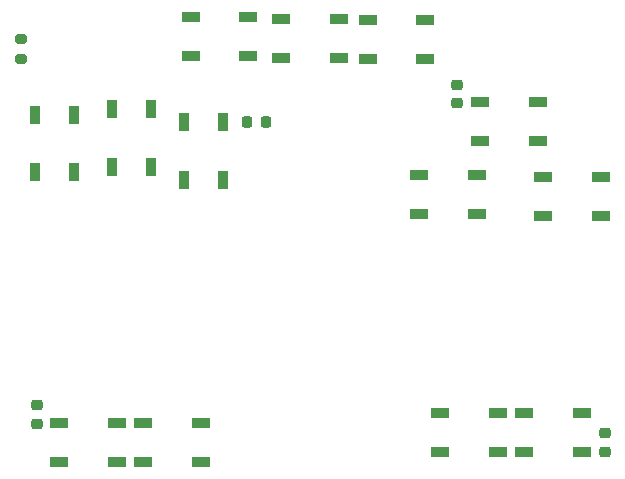
<source format=gbr>
%TF.GenerationSoftware,KiCad,Pcbnew,(6.0.9)*%
%TF.CreationDate,2023-03-29T17:42:22-08:00*%
%TF.ProjectId,ANT SEL PANEL,414e5420-5345-44c2-9050-414e454c2e6b,3*%
%TF.SameCoordinates,Original*%
%TF.FileFunction,Paste,Top*%
%TF.FilePolarity,Positive*%
%FSLAX46Y46*%
G04 Gerber Fmt 4.6, Leading zero omitted, Abs format (unit mm)*
G04 Created by KiCad (PCBNEW (6.0.9)) date 2023-03-29 17:42:22*
%MOMM*%
%LPD*%
G01*
G04 APERTURE LIST*
G04 Aperture macros list*
%AMRoundRect*
0 Rectangle with rounded corners*
0 $1 Rounding radius*
0 $2 $3 $4 $5 $6 $7 $8 $9 X,Y pos of 4 corners*
0 Add a 4 corners polygon primitive as box body*
4,1,4,$2,$3,$4,$5,$6,$7,$8,$9,$2,$3,0*
0 Add four circle primitives for the rounded corners*
1,1,$1+$1,$2,$3*
1,1,$1+$1,$4,$5*
1,1,$1+$1,$6,$7*
1,1,$1+$1,$8,$9*
0 Add four rect primitives between the rounded corners*
20,1,$1+$1,$2,$3,$4,$5,0*
20,1,$1+$1,$4,$5,$6,$7,0*
20,1,$1+$1,$6,$7,$8,$9,0*
20,1,$1+$1,$8,$9,$2,$3,0*%
G04 Aperture macros list end*
%ADD10R,1.500000X0.900000*%
%ADD11R,0.900000X1.500000*%
%ADD12RoundRect,0.200000X0.275000X-0.200000X0.275000X0.200000X-0.275000X0.200000X-0.275000X-0.200000X0*%
%ADD13RoundRect,0.225000X0.225000X0.250000X-0.225000X0.250000X-0.225000X-0.250000X0.225000X-0.250000X0*%
%ADD14RoundRect,0.225000X0.250000X-0.225000X0.250000X0.225000X-0.250000X0.225000X-0.250000X-0.225000X0*%
%ADD15RoundRect,0.225000X-0.250000X0.225000X-0.250000X-0.225000X0.250000X-0.225000X0.250000X0.225000X0*%
G04 APERTURE END LIST*
D10*
%TO.C,D1*%
X107723200Y-39879200D03*
X107723200Y-43179200D03*
X112623200Y-43179200D03*
X112623200Y-39879200D03*
%TD*%
%TO.C,D2*%
X115406200Y-40056800D03*
X115406200Y-43356800D03*
X120306200Y-43356800D03*
X120306200Y-40056800D03*
%TD*%
%TO.C,D3*%
X122709200Y-40132800D03*
X122709200Y-43432800D03*
X127609200Y-43432800D03*
X127609200Y-40132800D03*
%TD*%
D11*
%TO.C,D4*%
X94590800Y-53058400D03*
X97890800Y-53058400D03*
X97890800Y-48158400D03*
X94590800Y-48158400D03*
%TD*%
%TO.C,D5*%
X101042200Y-52601200D03*
X104342200Y-52601200D03*
X104342200Y-47701200D03*
X101042200Y-47701200D03*
%TD*%
%TO.C,D6*%
X107189200Y-53668000D03*
X110489200Y-53668000D03*
X110489200Y-48768000D03*
X107189200Y-48768000D03*
%TD*%
D10*
%TO.C,D7*%
X131978200Y-56539200D03*
X131978200Y-53239200D03*
X127078200Y-53239200D03*
X127078200Y-56539200D03*
%TD*%
%TO.C,D8*%
X132221200Y-47118000D03*
X132221200Y-50418000D03*
X137121200Y-50418000D03*
X137121200Y-47118000D03*
%TD*%
%TO.C,D9*%
X137605200Y-53468000D03*
X137605200Y-56768000D03*
X142505200Y-56768000D03*
X142505200Y-53468000D03*
%TD*%
%TO.C,D10*%
X96610200Y-74296000D03*
X96610200Y-77596000D03*
X101510200Y-77596000D03*
X101510200Y-74296000D03*
%TD*%
%TO.C,D11*%
X103710200Y-74270400D03*
X103710200Y-77570400D03*
X108610200Y-77570400D03*
X108610200Y-74270400D03*
%TD*%
%TO.C,D12*%
X128829200Y-73457600D03*
X128829200Y-76757600D03*
X133729200Y-76757600D03*
X133729200Y-73457600D03*
%TD*%
%TO.C,D13*%
X135941200Y-73457600D03*
X135941200Y-76757600D03*
X140841200Y-76757600D03*
X140841200Y-73457600D03*
%TD*%
D12*
%TO.C,R1*%
X93327220Y-43420300D03*
X93327220Y-41770300D03*
%TD*%
D13*
%TO.C,C2*%
X114074240Y-48745140D03*
X112524240Y-48745140D03*
%TD*%
D14*
%TO.C,C3*%
X130263900Y-47172880D03*
X130263900Y-45622880D03*
%TD*%
D15*
%TO.C,C4*%
X142816580Y-75152920D03*
X142816580Y-76702920D03*
%TD*%
D14*
%TO.C,C5*%
X94724220Y-74322940D03*
X94724220Y-72772940D03*
%TD*%
M02*

</source>
